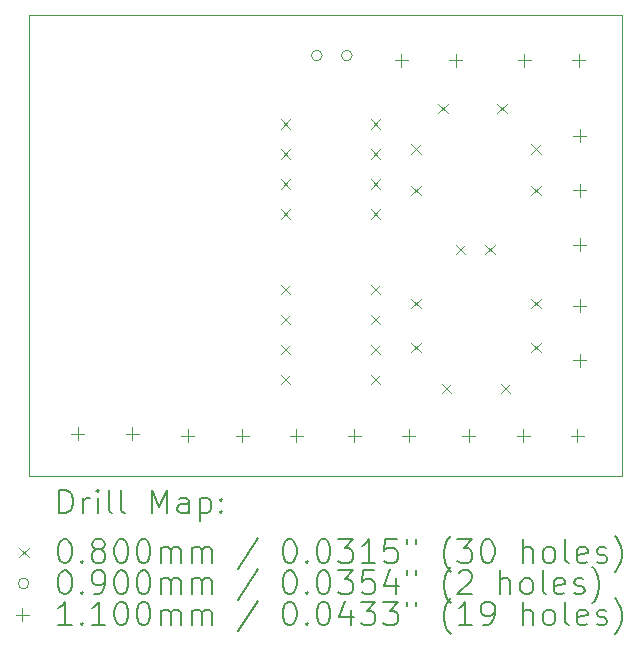
<source format=gbr>
%FSLAX45Y45*%
G04 Gerber Fmt 4.5, Leading zero omitted, Abs format (unit mm)*
G04 Created by KiCad (PCBNEW (6.0.2-0)) date 2024-09-29 09:11:38*
%MOMM*%
%LPD*%
G01*
G04 APERTURE LIST*
%TA.AperFunction,Profile*%
%ADD10C,0.100000*%
%TD*%
%ADD11C,0.200000*%
%ADD12C,0.080000*%
%ADD13C,0.090000*%
%ADD14C,0.110000*%
G04 APERTURE END LIST*
D10*
X11500000Y-5000000D02*
X16520000Y-5000000D01*
X16520000Y-5000000D02*
X16520000Y-8900000D01*
X16520000Y-8900000D02*
X11500000Y-8900000D01*
X11500000Y-8900000D02*
X11500000Y-5000000D01*
D11*
D12*
X13630000Y-5880000D02*
X13710000Y-5960000D01*
X13710000Y-5880000D02*
X13630000Y-5960000D01*
X13630000Y-6134000D02*
X13710000Y-6214000D01*
X13710000Y-6134000D02*
X13630000Y-6214000D01*
X13630000Y-6388000D02*
X13710000Y-6468000D01*
X13710000Y-6388000D02*
X13630000Y-6468000D01*
X13630000Y-6642000D02*
X13710000Y-6722000D01*
X13710000Y-6642000D02*
X13630000Y-6722000D01*
X13630000Y-7280000D02*
X13710000Y-7360000D01*
X13710000Y-7280000D02*
X13630000Y-7360000D01*
X13630000Y-7534000D02*
X13710000Y-7614000D01*
X13710000Y-7534000D02*
X13630000Y-7614000D01*
X13630000Y-7788000D02*
X13710000Y-7868000D01*
X13710000Y-7788000D02*
X13630000Y-7868000D01*
X13630000Y-8042000D02*
X13710000Y-8122000D01*
X13710000Y-8042000D02*
X13630000Y-8122000D01*
X14392000Y-5880000D02*
X14472000Y-5960000D01*
X14472000Y-5880000D02*
X14392000Y-5960000D01*
X14392000Y-6134000D02*
X14472000Y-6214000D01*
X14472000Y-6134000D02*
X14392000Y-6214000D01*
X14392000Y-6388000D02*
X14472000Y-6468000D01*
X14472000Y-6388000D02*
X14392000Y-6468000D01*
X14392000Y-6642000D02*
X14472000Y-6722000D01*
X14472000Y-6642000D02*
X14392000Y-6722000D01*
X14392000Y-7280000D02*
X14472000Y-7360000D01*
X14472000Y-7280000D02*
X14392000Y-7360000D01*
X14392000Y-7534000D02*
X14472000Y-7614000D01*
X14472000Y-7534000D02*
X14392000Y-7614000D01*
X14392000Y-7788000D02*
X14472000Y-7868000D01*
X14472000Y-7788000D02*
X14392000Y-7868000D01*
X14392000Y-8042000D02*
X14472000Y-8122000D01*
X14472000Y-8042000D02*
X14392000Y-8122000D01*
X14732000Y-6090000D02*
X14812000Y-6170000D01*
X14812000Y-6090000D02*
X14732000Y-6170000D01*
X14732000Y-7400000D02*
X14812000Y-7480000D01*
X14812000Y-7400000D02*
X14732000Y-7480000D01*
X14732000Y-7770000D02*
X14812000Y-7850000D01*
X14812000Y-7770000D02*
X14732000Y-7850000D01*
X14734000Y-6440000D02*
X14814000Y-6520000D01*
X14814000Y-6440000D02*
X14734000Y-6520000D01*
X14960000Y-5750000D02*
X15040000Y-5830000D01*
X15040000Y-5750000D02*
X14960000Y-5830000D01*
X14990000Y-8120000D02*
X15070000Y-8200000D01*
X15070000Y-8120000D02*
X14990000Y-8200000D01*
X15109489Y-6940000D02*
X15189489Y-7020000D01*
X15189489Y-6940000D02*
X15109489Y-7020000D01*
X15359489Y-6940000D02*
X15439489Y-7020000D01*
X15439489Y-6940000D02*
X15359489Y-7020000D01*
X15460000Y-5750000D02*
X15540000Y-5830000D01*
X15540000Y-5750000D02*
X15460000Y-5830000D01*
X15490000Y-8120000D02*
X15570000Y-8200000D01*
X15570000Y-8120000D02*
X15490000Y-8200000D01*
X15748000Y-6090000D02*
X15828000Y-6170000D01*
X15828000Y-6090000D02*
X15748000Y-6170000D01*
X15748000Y-7400000D02*
X15828000Y-7480000D01*
X15828000Y-7400000D02*
X15748000Y-7480000D01*
X15748000Y-7770000D02*
X15828000Y-7850000D01*
X15828000Y-7770000D02*
X15748000Y-7850000D01*
X15750000Y-6440000D02*
X15830000Y-6520000D01*
X15830000Y-6440000D02*
X15750000Y-6520000D01*
D13*
X13977500Y-5340000D02*
G75*
G03*
X13977500Y-5340000I-45000J0D01*
G01*
X14231500Y-5340000D02*
G75*
G03*
X14231500Y-5340000I-45000J0D01*
G01*
D14*
X11910000Y-8485000D02*
X11910000Y-8595000D01*
X11855000Y-8540000D02*
X11965000Y-8540000D01*
X12370000Y-8485000D02*
X12370000Y-8595000D01*
X12315000Y-8540000D02*
X12425000Y-8540000D01*
X12840000Y-8505000D02*
X12840000Y-8615000D01*
X12785000Y-8560000D02*
X12895000Y-8560000D01*
X13300000Y-8505000D02*
X13300000Y-8615000D01*
X13245000Y-8560000D02*
X13355000Y-8560000D01*
X13760000Y-8505000D02*
X13760000Y-8615000D01*
X13705000Y-8560000D02*
X13815000Y-8560000D01*
X14250000Y-8505000D02*
X14250000Y-8615000D01*
X14195000Y-8560000D02*
X14305000Y-8560000D01*
X14650000Y-5325000D02*
X14650000Y-5435000D01*
X14595000Y-5380000D02*
X14705000Y-5380000D01*
X14710000Y-8505000D02*
X14710000Y-8615000D01*
X14655000Y-8560000D02*
X14765000Y-8560000D01*
X15110000Y-5325000D02*
X15110000Y-5435000D01*
X15055000Y-5380000D02*
X15165000Y-5380000D01*
X15220000Y-8505000D02*
X15220000Y-8615000D01*
X15165000Y-8560000D02*
X15275000Y-8560000D01*
X15680000Y-8505000D02*
X15680000Y-8615000D01*
X15625000Y-8560000D02*
X15735000Y-8560000D01*
X15690000Y-5325000D02*
X15690000Y-5435000D01*
X15635000Y-5380000D02*
X15745000Y-5380000D01*
X16140000Y-8505000D02*
X16140000Y-8615000D01*
X16085000Y-8560000D02*
X16195000Y-8560000D01*
X16150000Y-5325000D02*
X16150000Y-5435000D01*
X16095000Y-5380000D02*
X16205000Y-5380000D01*
X16160000Y-5965000D02*
X16160000Y-6075000D01*
X16105000Y-6020000D02*
X16215000Y-6020000D01*
X16160000Y-6425000D02*
X16160000Y-6535000D01*
X16105000Y-6480000D02*
X16215000Y-6480000D01*
X16160000Y-6885000D02*
X16160000Y-6995000D01*
X16105000Y-6940000D02*
X16215000Y-6940000D01*
X16160000Y-7405000D02*
X16160000Y-7515000D01*
X16105000Y-7460000D02*
X16215000Y-7460000D01*
X16160000Y-7865000D02*
X16160000Y-7975000D01*
X16105000Y-7920000D02*
X16215000Y-7920000D01*
D11*
X11752619Y-9215476D02*
X11752619Y-9015476D01*
X11800238Y-9015476D01*
X11828809Y-9025000D01*
X11847857Y-9044048D01*
X11857381Y-9063095D01*
X11866905Y-9101190D01*
X11866905Y-9129762D01*
X11857381Y-9167857D01*
X11847857Y-9186905D01*
X11828809Y-9205952D01*
X11800238Y-9215476D01*
X11752619Y-9215476D01*
X11952619Y-9215476D02*
X11952619Y-9082143D01*
X11952619Y-9120238D02*
X11962143Y-9101190D01*
X11971667Y-9091667D01*
X11990714Y-9082143D01*
X12009762Y-9082143D01*
X12076428Y-9215476D02*
X12076428Y-9082143D01*
X12076428Y-9015476D02*
X12066905Y-9025000D01*
X12076428Y-9034524D01*
X12085952Y-9025000D01*
X12076428Y-9015476D01*
X12076428Y-9034524D01*
X12200238Y-9215476D02*
X12181190Y-9205952D01*
X12171667Y-9186905D01*
X12171667Y-9015476D01*
X12305000Y-9215476D02*
X12285952Y-9205952D01*
X12276428Y-9186905D01*
X12276428Y-9015476D01*
X12533571Y-9215476D02*
X12533571Y-9015476D01*
X12600238Y-9158333D01*
X12666905Y-9015476D01*
X12666905Y-9215476D01*
X12847857Y-9215476D02*
X12847857Y-9110714D01*
X12838333Y-9091667D01*
X12819286Y-9082143D01*
X12781190Y-9082143D01*
X12762143Y-9091667D01*
X12847857Y-9205952D02*
X12828809Y-9215476D01*
X12781190Y-9215476D01*
X12762143Y-9205952D01*
X12752619Y-9186905D01*
X12752619Y-9167857D01*
X12762143Y-9148810D01*
X12781190Y-9139286D01*
X12828809Y-9139286D01*
X12847857Y-9129762D01*
X12943095Y-9082143D02*
X12943095Y-9282143D01*
X12943095Y-9091667D02*
X12962143Y-9082143D01*
X13000238Y-9082143D01*
X13019286Y-9091667D01*
X13028809Y-9101190D01*
X13038333Y-9120238D01*
X13038333Y-9177381D01*
X13028809Y-9196429D01*
X13019286Y-9205952D01*
X13000238Y-9215476D01*
X12962143Y-9215476D01*
X12943095Y-9205952D01*
X13124048Y-9196429D02*
X13133571Y-9205952D01*
X13124048Y-9215476D01*
X13114524Y-9205952D01*
X13124048Y-9196429D01*
X13124048Y-9215476D01*
X13124048Y-9091667D02*
X13133571Y-9101190D01*
X13124048Y-9110714D01*
X13114524Y-9101190D01*
X13124048Y-9091667D01*
X13124048Y-9110714D01*
D12*
X11415000Y-9505000D02*
X11495000Y-9585000D01*
X11495000Y-9505000D02*
X11415000Y-9585000D01*
D11*
X11790714Y-9435476D02*
X11809762Y-9435476D01*
X11828809Y-9445000D01*
X11838333Y-9454524D01*
X11847857Y-9473571D01*
X11857381Y-9511667D01*
X11857381Y-9559286D01*
X11847857Y-9597381D01*
X11838333Y-9616429D01*
X11828809Y-9625952D01*
X11809762Y-9635476D01*
X11790714Y-9635476D01*
X11771667Y-9625952D01*
X11762143Y-9616429D01*
X11752619Y-9597381D01*
X11743095Y-9559286D01*
X11743095Y-9511667D01*
X11752619Y-9473571D01*
X11762143Y-9454524D01*
X11771667Y-9445000D01*
X11790714Y-9435476D01*
X11943095Y-9616429D02*
X11952619Y-9625952D01*
X11943095Y-9635476D01*
X11933571Y-9625952D01*
X11943095Y-9616429D01*
X11943095Y-9635476D01*
X12066905Y-9521190D02*
X12047857Y-9511667D01*
X12038333Y-9502143D01*
X12028809Y-9483095D01*
X12028809Y-9473571D01*
X12038333Y-9454524D01*
X12047857Y-9445000D01*
X12066905Y-9435476D01*
X12105000Y-9435476D01*
X12124048Y-9445000D01*
X12133571Y-9454524D01*
X12143095Y-9473571D01*
X12143095Y-9483095D01*
X12133571Y-9502143D01*
X12124048Y-9511667D01*
X12105000Y-9521190D01*
X12066905Y-9521190D01*
X12047857Y-9530714D01*
X12038333Y-9540238D01*
X12028809Y-9559286D01*
X12028809Y-9597381D01*
X12038333Y-9616429D01*
X12047857Y-9625952D01*
X12066905Y-9635476D01*
X12105000Y-9635476D01*
X12124048Y-9625952D01*
X12133571Y-9616429D01*
X12143095Y-9597381D01*
X12143095Y-9559286D01*
X12133571Y-9540238D01*
X12124048Y-9530714D01*
X12105000Y-9521190D01*
X12266905Y-9435476D02*
X12285952Y-9435476D01*
X12305000Y-9445000D01*
X12314524Y-9454524D01*
X12324048Y-9473571D01*
X12333571Y-9511667D01*
X12333571Y-9559286D01*
X12324048Y-9597381D01*
X12314524Y-9616429D01*
X12305000Y-9625952D01*
X12285952Y-9635476D01*
X12266905Y-9635476D01*
X12247857Y-9625952D01*
X12238333Y-9616429D01*
X12228809Y-9597381D01*
X12219286Y-9559286D01*
X12219286Y-9511667D01*
X12228809Y-9473571D01*
X12238333Y-9454524D01*
X12247857Y-9445000D01*
X12266905Y-9435476D01*
X12457381Y-9435476D02*
X12476428Y-9435476D01*
X12495476Y-9445000D01*
X12505000Y-9454524D01*
X12514524Y-9473571D01*
X12524048Y-9511667D01*
X12524048Y-9559286D01*
X12514524Y-9597381D01*
X12505000Y-9616429D01*
X12495476Y-9625952D01*
X12476428Y-9635476D01*
X12457381Y-9635476D01*
X12438333Y-9625952D01*
X12428809Y-9616429D01*
X12419286Y-9597381D01*
X12409762Y-9559286D01*
X12409762Y-9511667D01*
X12419286Y-9473571D01*
X12428809Y-9454524D01*
X12438333Y-9445000D01*
X12457381Y-9435476D01*
X12609762Y-9635476D02*
X12609762Y-9502143D01*
X12609762Y-9521190D02*
X12619286Y-9511667D01*
X12638333Y-9502143D01*
X12666905Y-9502143D01*
X12685952Y-9511667D01*
X12695476Y-9530714D01*
X12695476Y-9635476D01*
X12695476Y-9530714D02*
X12705000Y-9511667D01*
X12724048Y-9502143D01*
X12752619Y-9502143D01*
X12771667Y-9511667D01*
X12781190Y-9530714D01*
X12781190Y-9635476D01*
X12876428Y-9635476D02*
X12876428Y-9502143D01*
X12876428Y-9521190D02*
X12885952Y-9511667D01*
X12905000Y-9502143D01*
X12933571Y-9502143D01*
X12952619Y-9511667D01*
X12962143Y-9530714D01*
X12962143Y-9635476D01*
X12962143Y-9530714D02*
X12971667Y-9511667D01*
X12990714Y-9502143D01*
X13019286Y-9502143D01*
X13038333Y-9511667D01*
X13047857Y-9530714D01*
X13047857Y-9635476D01*
X13438333Y-9425952D02*
X13266905Y-9683095D01*
X13695476Y-9435476D02*
X13714524Y-9435476D01*
X13733571Y-9445000D01*
X13743095Y-9454524D01*
X13752619Y-9473571D01*
X13762143Y-9511667D01*
X13762143Y-9559286D01*
X13752619Y-9597381D01*
X13743095Y-9616429D01*
X13733571Y-9625952D01*
X13714524Y-9635476D01*
X13695476Y-9635476D01*
X13676428Y-9625952D01*
X13666905Y-9616429D01*
X13657381Y-9597381D01*
X13647857Y-9559286D01*
X13647857Y-9511667D01*
X13657381Y-9473571D01*
X13666905Y-9454524D01*
X13676428Y-9445000D01*
X13695476Y-9435476D01*
X13847857Y-9616429D02*
X13857381Y-9625952D01*
X13847857Y-9635476D01*
X13838333Y-9625952D01*
X13847857Y-9616429D01*
X13847857Y-9635476D01*
X13981190Y-9435476D02*
X14000238Y-9435476D01*
X14019286Y-9445000D01*
X14028809Y-9454524D01*
X14038333Y-9473571D01*
X14047857Y-9511667D01*
X14047857Y-9559286D01*
X14038333Y-9597381D01*
X14028809Y-9616429D01*
X14019286Y-9625952D01*
X14000238Y-9635476D01*
X13981190Y-9635476D01*
X13962143Y-9625952D01*
X13952619Y-9616429D01*
X13943095Y-9597381D01*
X13933571Y-9559286D01*
X13933571Y-9511667D01*
X13943095Y-9473571D01*
X13952619Y-9454524D01*
X13962143Y-9445000D01*
X13981190Y-9435476D01*
X14114524Y-9435476D02*
X14238333Y-9435476D01*
X14171667Y-9511667D01*
X14200238Y-9511667D01*
X14219286Y-9521190D01*
X14228809Y-9530714D01*
X14238333Y-9549762D01*
X14238333Y-9597381D01*
X14228809Y-9616429D01*
X14219286Y-9625952D01*
X14200238Y-9635476D01*
X14143095Y-9635476D01*
X14124048Y-9625952D01*
X14114524Y-9616429D01*
X14428809Y-9635476D02*
X14314524Y-9635476D01*
X14371667Y-9635476D02*
X14371667Y-9435476D01*
X14352619Y-9464048D01*
X14333571Y-9483095D01*
X14314524Y-9492619D01*
X14609762Y-9435476D02*
X14514524Y-9435476D01*
X14505000Y-9530714D01*
X14514524Y-9521190D01*
X14533571Y-9511667D01*
X14581190Y-9511667D01*
X14600238Y-9521190D01*
X14609762Y-9530714D01*
X14619286Y-9549762D01*
X14619286Y-9597381D01*
X14609762Y-9616429D01*
X14600238Y-9625952D01*
X14581190Y-9635476D01*
X14533571Y-9635476D01*
X14514524Y-9625952D01*
X14505000Y-9616429D01*
X14695476Y-9435476D02*
X14695476Y-9473571D01*
X14771667Y-9435476D02*
X14771667Y-9473571D01*
X15066905Y-9711667D02*
X15057381Y-9702143D01*
X15038333Y-9673571D01*
X15028809Y-9654524D01*
X15019286Y-9625952D01*
X15009762Y-9578333D01*
X15009762Y-9540238D01*
X15019286Y-9492619D01*
X15028809Y-9464048D01*
X15038333Y-9445000D01*
X15057381Y-9416429D01*
X15066905Y-9406905D01*
X15124048Y-9435476D02*
X15247857Y-9435476D01*
X15181190Y-9511667D01*
X15209762Y-9511667D01*
X15228809Y-9521190D01*
X15238333Y-9530714D01*
X15247857Y-9549762D01*
X15247857Y-9597381D01*
X15238333Y-9616429D01*
X15228809Y-9625952D01*
X15209762Y-9635476D01*
X15152619Y-9635476D01*
X15133571Y-9625952D01*
X15124048Y-9616429D01*
X15371667Y-9435476D02*
X15390714Y-9435476D01*
X15409762Y-9445000D01*
X15419286Y-9454524D01*
X15428809Y-9473571D01*
X15438333Y-9511667D01*
X15438333Y-9559286D01*
X15428809Y-9597381D01*
X15419286Y-9616429D01*
X15409762Y-9625952D01*
X15390714Y-9635476D01*
X15371667Y-9635476D01*
X15352619Y-9625952D01*
X15343095Y-9616429D01*
X15333571Y-9597381D01*
X15324048Y-9559286D01*
X15324048Y-9511667D01*
X15333571Y-9473571D01*
X15343095Y-9454524D01*
X15352619Y-9445000D01*
X15371667Y-9435476D01*
X15676428Y-9635476D02*
X15676428Y-9435476D01*
X15762143Y-9635476D02*
X15762143Y-9530714D01*
X15752619Y-9511667D01*
X15733571Y-9502143D01*
X15705000Y-9502143D01*
X15685952Y-9511667D01*
X15676428Y-9521190D01*
X15885952Y-9635476D02*
X15866905Y-9625952D01*
X15857381Y-9616429D01*
X15847857Y-9597381D01*
X15847857Y-9540238D01*
X15857381Y-9521190D01*
X15866905Y-9511667D01*
X15885952Y-9502143D01*
X15914524Y-9502143D01*
X15933571Y-9511667D01*
X15943095Y-9521190D01*
X15952619Y-9540238D01*
X15952619Y-9597381D01*
X15943095Y-9616429D01*
X15933571Y-9625952D01*
X15914524Y-9635476D01*
X15885952Y-9635476D01*
X16066905Y-9635476D02*
X16047857Y-9625952D01*
X16038333Y-9606905D01*
X16038333Y-9435476D01*
X16219286Y-9625952D02*
X16200238Y-9635476D01*
X16162143Y-9635476D01*
X16143095Y-9625952D01*
X16133571Y-9606905D01*
X16133571Y-9530714D01*
X16143095Y-9511667D01*
X16162143Y-9502143D01*
X16200238Y-9502143D01*
X16219286Y-9511667D01*
X16228809Y-9530714D01*
X16228809Y-9549762D01*
X16133571Y-9568810D01*
X16305000Y-9625952D02*
X16324048Y-9635476D01*
X16362143Y-9635476D01*
X16381190Y-9625952D01*
X16390714Y-9606905D01*
X16390714Y-9597381D01*
X16381190Y-9578333D01*
X16362143Y-9568810D01*
X16333571Y-9568810D01*
X16314524Y-9559286D01*
X16305000Y-9540238D01*
X16305000Y-9530714D01*
X16314524Y-9511667D01*
X16333571Y-9502143D01*
X16362143Y-9502143D01*
X16381190Y-9511667D01*
X16457381Y-9711667D02*
X16466905Y-9702143D01*
X16485952Y-9673571D01*
X16495476Y-9654524D01*
X16505000Y-9625952D01*
X16514524Y-9578333D01*
X16514524Y-9540238D01*
X16505000Y-9492619D01*
X16495476Y-9464048D01*
X16485952Y-9445000D01*
X16466905Y-9416429D01*
X16457381Y-9406905D01*
D13*
X11495000Y-9809000D02*
G75*
G03*
X11495000Y-9809000I-45000J0D01*
G01*
D11*
X11790714Y-9699476D02*
X11809762Y-9699476D01*
X11828809Y-9709000D01*
X11838333Y-9718524D01*
X11847857Y-9737571D01*
X11857381Y-9775667D01*
X11857381Y-9823286D01*
X11847857Y-9861381D01*
X11838333Y-9880429D01*
X11828809Y-9889952D01*
X11809762Y-9899476D01*
X11790714Y-9899476D01*
X11771667Y-9889952D01*
X11762143Y-9880429D01*
X11752619Y-9861381D01*
X11743095Y-9823286D01*
X11743095Y-9775667D01*
X11752619Y-9737571D01*
X11762143Y-9718524D01*
X11771667Y-9709000D01*
X11790714Y-9699476D01*
X11943095Y-9880429D02*
X11952619Y-9889952D01*
X11943095Y-9899476D01*
X11933571Y-9889952D01*
X11943095Y-9880429D01*
X11943095Y-9899476D01*
X12047857Y-9899476D02*
X12085952Y-9899476D01*
X12105000Y-9889952D01*
X12114524Y-9880429D01*
X12133571Y-9851857D01*
X12143095Y-9813762D01*
X12143095Y-9737571D01*
X12133571Y-9718524D01*
X12124048Y-9709000D01*
X12105000Y-9699476D01*
X12066905Y-9699476D01*
X12047857Y-9709000D01*
X12038333Y-9718524D01*
X12028809Y-9737571D01*
X12028809Y-9785190D01*
X12038333Y-9804238D01*
X12047857Y-9813762D01*
X12066905Y-9823286D01*
X12105000Y-9823286D01*
X12124048Y-9813762D01*
X12133571Y-9804238D01*
X12143095Y-9785190D01*
X12266905Y-9699476D02*
X12285952Y-9699476D01*
X12305000Y-9709000D01*
X12314524Y-9718524D01*
X12324048Y-9737571D01*
X12333571Y-9775667D01*
X12333571Y-9823286D01*
X12324048Y-9861381D01*
X12314524Y-9880429D01*
X12305000Y-9889952D01*
X12285952Y-9899476D01*
X12266905Y-9899476D01*
X12247857Y-9889952D01*
X12238333Y-9880429D01*
X12228809Y-9861381D01*
X12219286Y-9823286D01*
X12219286Y-9775667D01*
X12228809Y-9737571D01*
X12238333Y-9718524D01*
X12247857Y-9709000D01*
X12266905Y-9699476D01*
X12457381Y-9699476D02*
X12476428Y-9699476D01*
X12495476Y-9709000D01*
X12505000Y-9718524D01*
X12514524Y-9737571D01*
X12524048Y-9775667D01*
X12524048Y-9823286D01*
X12514524Y-9861381D01*
X12505000Y-9880429D01*
X12495476Y-9889952D01*
X12476428Y-9899476D01*
X12457381Y-9899476D01*
X12438333Y-9889952D01*
X12428809Y-9880429D01*
X12419286Y-9861381D01*
X12409762Y-9823286D01*
X12409762Y-9775667D01*
X12419286Y-9737571D01*
X12428809Y-9718524D01*
X12438333Y-9709000D01*
X12457381Y-9699476D01*
X12609762Y-9899476D02*
X12609762Y-9766143D01*
X12609762Y-9785190D02*
X12619286Y-9775667D01*
X12638333Y-9766143D01*
X12666905Y-9766143D01*
X12685952Y-9775667D01*
X12695476Y-9794714D01*
X12695476Y-9899476D01*
X12695476Y-9794714D02*
X12705000Y-9775667D01*
X12724048Y-9766143D01*
X12752619Y-9766143D01*
X12771667Y-9775667D01*
X12781190Y-9794714D01*
X12781190Y-9899476D01*
X12876428Y-9899476D02*
X12876428Y-9766143D01*
X12876428Y-9785190D02*
X12885952Y-9775667D01*
X12905000Y-9766143D01*
X12933571Y-9766143D01*
X12952619Y-9775667D01*
X12962143Y-9794714D01*
X12962143Y-9899476D01*
X12962143Y-9794714D02*
X12971667Y-9775667D01*
X12990714Y-9766143D01*
X13019286Y-9766143D01*
X13038333Y-9775667D01*
X13047857Y-9794714D01*
X13047857Y-9899476D01*
X13438333Y-9689952D02*
X13266905Y-9947095D01*
X13695476Y-9699476D02*
X13714524Y-9699476D01*
X13733571Y-9709000D01*
X13743095Y-9718524D01*
X13752619Y-9737571D01*
X13762143Y-9775667D01*
X13762143Y-9823286D01*
X13752619Y-9861381D01*
X13743095Y-9880429D01*
X13733571Y-9889952D01*
X13714524Y-9899476D01*
X13695476Y-9899476D01*
X13676428Y-9889952D01*
X13666905Y-9880429D01*
X13657381Y-9861381D01*
X13647857Y-9823286D01*
X13647857Y-9775667D01*
X13657381Y-9737571D01*
X13666905Y-9718524D01*
X13676428Y-9709000D01*
X13695476Y-9699476D01*
X13847857Y-9880429D02*
X13857381Y-9889952D01*
X13847857Y-9899476D01*
X13838333Y-9889952D01*
X13847857Y-9880429D01*
X13847857Y-9899476D01*
X13981190Y-9699476D02*
X14000238Y-9699476D01*
X14019286Y-9709000D01*
X14028809Y-9718524D01*
X14038333Y-9737571D01*
X14047857Y-9775667D01*
X14047857Y-9823286D01*
X14038333Y-9861381D01*
X14028809Y-9880429D01*
X14019286Y-9889952D01*
X14000238Y-9899476D01*
X13981190Y-9899476D01*
X13962143Y-9889952D01*
X13952619Y-9880429D01*
X13943095Y-9861381D01*
X13933571Y-9823286D01*
X13933571Y-9775667D01*
X13943095Y-9737571D01*
X13952619Y-9718524D01*
X13962143Y-9709000D01*
X13981190Y-9699476D01*
X14114524Y-9699476D02*
X14238333Y-9699476D01*
X14171667Y-9775667D01*
X14200238Y-9775667D01*
X14219286Y-9785190D01*
X14228809Y-9794714D01*
X14238333Y-9813762D01*
X14238333Y-9861381D01*
X14228809Y-9880429D01*
X14219286Y-9889952D01*
X14200238Y-9899476D01*
X14143095Y-9899476D01*
X14124048Y-9889952D01*
X14114524Y-9880429D01*
X14419286Y-9699476D02*
X14324048Y-9699476D01*
X14314524Y-9794714D01*
X14324048Y-9785190D01*
X14343095Y-9775667D01*
X14390714Y-9775667D01*
X14409762Y-9785190D01*
X14419286Y-9794714D01*
X14428809Y-9813762D01*
X14428809Y-9861381D01*
X14419286Y-9880429D01*
X14409762Y-9889952D01*
X14390714Y-9899476D01*
X14343095Y-9899476D01*
X14324048Y-9889952D01*
X14314524Y-9880429D01*
X14600238Y-9766143D02*
X14600238Y-9899476D01*
X14552619Y-9689952D02*
X14505000Y-9832810D01*
X14628809Y-9832810D01*
X14695476Y-9699476D02*
X14695476Y-9737571D01*
X14771667Y-9699476D02*
X14771667Y-9737571D01*
X15066905Y-9975667D02*
X15057381Y-9966143D01*
X15038333Y-9937571D01*
X15028809Y-9918524D01*
X15019286Y-9889952D01*
X15009762Y-9842333D01*
X15009762Y-9804238D01*
X15019286Y-9756619D01*
X15028809Y-9728048D01*
X15038333Y-9709000D01*
X15057381Y-9680429D01*
X15066905Y-9670905D01*
X15133571Y-9718524D02*
X15143095Y-9709000D01*
X15162143Y-9699476D01*
X15209762Y-9699476D01*
X15228809Y-9709000D01*
X15238333Y-9718524D01*
X15247857Y-9737571D01*
X15247857Y-9756619D01*
X15238333Y-9785190D01*
X15124048Y-9899476D01*
X15247857Y-9899476D01*
X15485952Y-9899476D02*
X15485952Y-9699476D01*
X15571667Y-9899476D02*
X15571667Y-9794714D01*
X15562143Y-9775667D01*
X15543095Y-9766143D01*
X15514524Y-9766143D01*
X15495476Y-9775667D01*
X15485952Y-9785190D01*
X15695476Y-9899476D02*
X15676428Y-9889952D01*
X15666905Y-9880429D01*
X15657381Y-9861381D01*
X15657381Y-9804238D01*
X15666905Y-9785190D01*
X15676428Y-9775667D01*
X15695476Y-9766143D01*
X15724048Y-9766143D01*
X15743095Y-9775667D01*
X15752619Y-9785190D01*
X15762143Y-9804238D01*
X15762143Y-9861381D01*
X15752619Y-9880429D01*
X15743095Y-9889952D01*
X15724048Y-9899476D01*
X15695476Y-9899476D01*
X15876428Y-9899476D02*
X15857381Y-9889952D01*
X15847857Y-9870905D01*
X15847857Y-9699476D01*
X16028809Y-9889952D02*
X16009762Y-9899476D01*
X15971667Y-9899476D01*
X15952619Y-9889952D01*
X15943095Y-9870905D01*
X15943095Y-9794714D01*
X15952619Y-9775667D01*
X15971667Y-9766143D01*
X16009762Y-9766143D01*
X16028809Y-9775667D01*
X16038333Y-9794714D01*
X16038333Y-9813762D01*
X15943095Y-9832810D01*
X16114524Y-9889952D02*
X16133571Y-9899476D01*
X16171667Y-9899476D01*
X16190714Y-9889952D01*
X16200238Y-9870905D01*
X16200238Y-9861381D01*
X16190714Y-9842333D01*
X16171667Y-9832810D01*
X16143095Y-9832810D01*
X16124048Y-9823286D01*
X16114524Y-9804238D01*
X16114524Y-9794714D01*
X16124048Y-9775667D01*
X16143095Y-9766143D01*
X16171667Y-9766143D01*
X16190714Y-9775667D01*
X16266905Y-9975667D02*
X16276428Y-9966143D01*
X16295476Y-9937571D01*
X16305000Y-9918524D01*
X16314524Y-9889952D01*
X16324048Y-9842333D01*
X16324048Y-9804238D01*
X16314524Y-9756619D01*
X16305000Y-9728048D01*
X16295476Y-9709000D01*
X16276428Y-9680429D01*
X16266905Y-9670905D01*
D14*
X11440000Y-10018000D02*
X11440000Y-10128000D01*
X11385000Y-10073000D02*
X11495000Y-10073000D01*
D11*
X11857381Y-10163476D02*
X11743095Y-10163476D01*
X11800238Y-10163476D02*
X11800238Y-9963476D01*
X11781190Y-9992048D01*
X11762143Y-10011095D01*
X11743095Y-10020619D01*
X11943095Y-10144429D02*
X11952619Y-10153952D01*
X11943095Y-10163476D01*
X11933571Y-10153952D01*
X11943095Y-10144429D01*
X11943095Y-10163476D01*
X12143095Y-10163476D02*
X12028809Y-10163476D01*
X12085952Y-10163476D02*
X12085952Y-9963476D01*
X12066905Y-9992048D01*
X12047857Y-10011095D01*
X12028809Y-10020619D01*
X12266905Y-9963476D02*
X12285952Y-9963476D01*
X12305000Y-9973000D01*
X12314524Y-9982524D01*
X12324048Y-10001571D01*
X12333571Y-10039667D01*
X12333571Y-10087286D01*
X12324048Y-10125381D01*
X12314524Y-10144429D01*
X12305000Y-10153952D01*
X12285952Y-10163476D01*
X12266905Y-10163476D01*
X12247857Y-10153952D01*
X12238333Y-10144429D01*
X12228809Y-10125381D01*
X12219286Y-10087286D01*
X12219286Y-10039667D01*
X12228809Y-10001571D01*
X12238333Y-9982524D01*
X12247857Y-9973000D01*
X12266905Y-9963476D01*
X12457381Y-9963476D02*
X12476428Y-9963476D01*
X12495476Y-9973000D01*
X12505000Y-9982524D01*
X12514524Y-10001571D01*
X12524048Y-10039667D01*
X12524048Y-10087286D01*
X12514524Y-10125381D01*
X12505000Y-10144429D01*
X12495476Y-10153952D01*
X12476428Y-10163476D01*
X12457381Y-10163476D01*
X12438333Y-10153952D01*
X12428809Y-10144429D01*
X12419286Y-10125381D01*
X12409762Y-10087286D01*
X12409762Y-10039667D01*
X12419286Y-10001571D01*
X12428809Y-9982524D01*
X12438333Y-9973000D01*
X12457381Y-9963476D01*
X12609762Y-10163476D02*
X12609762Y-10030143D01*
X12609762Y-10049190D02*
X12619286Y-10039667D01*
X12638333Y-10030143D01*
X12666905Y-10030143D01*
X12685952Y-10039667D01*
X12695476Y-10058714D01*
X12695476Y-10163476D01*
X12695476Y-10058714D02*
X12705000Y-10039667D01*
X12724048Y-10030143D01*
X12752619Y-10030143D01*
X12771667Y-10039667D01*
X12781190Y-10058714D01*
X12781190Y-10163476D01*
X12876428Y-10163476D02*
X12876428Y-10030143D01*
X12876428Y-10049190D02*
X12885952Y-10039667D01*
X12905000Y-10030143D01*
X12933571Y-10030143D01*
X12952619Y-10039667D01*
X12962143Y-10058714D01*
X12962143Y-10163476D01*
X12962143Y-10058714D02*
X12971667Y-10039667D01*
X12990714Y-10030143D01*
X13019286Y-10030143D01*
X13038333Y-10039667D01*
X13047857Y-10058714D01*
X13047857Y-10163476D01*
X13438333Y-9953952D02*
X13266905Y-10211095D01*
X13695476Y-9963476D02*
X13714524Y-9963476D01*
X13733571Y-9973000D01*
X13743095Y-9982524D01*
X13752619Y-10001571D01*
X13762143Y-10039667D01*
X13762143Y-10087286D01*
X13752619Y-10125381D01*
X13743095Y-10144429D01*
X13733571Y-10153952D01*
X13714524Y-10163476D01*
X13695476Y-10163476D01*
X13676428Y-10153952D01*
X13666905Y-10144429D01*
X13657381Y-10125381D01*
X13647857Y-10087286D01*
X13647857Y-10039667D01*
X13657381Y-10001571D01*
X13666905Y-9982524D01*
X13676428Y-9973000D01*
X13695476Y-9963476D01*
X13847857Y-10144429D02*
X13857381Y-10153952D01*
X13847857Y-10163476D01*
X13838333Y-10153952D01*
X13847857Y-10144429D01*
X13847857Y-10163476D01*
X13981190Y-9963476D02*
X14000238Y-9963476D01*
X14019286Y-9973000D01*
X14028809Y-9982524D01*
X14038333Y-10001571D01*
X14047857Y-10039667D01*
X14047857Y-10087286D01*
X14038333Y-10125381D01*
X14028809Y-10144429D01*
X14019286Y-10153952D01*
X14000238Y-10163476D01*
X13981190Y-10163476D01*
X13962143Y-10153952D01*
X13952619Y-10144429D01*
X13943095Y-10125381D01*
X13933571Y-10087286D01*
X13933571Y-10039667D01*
X13943095Y-10001571D01*
X13952619Y-9982524D01*
X13962143Y-9973000D01*
X13981190Y-9963476D01*
X14219286Y-10030143D02*
X14219286Y-10163476D01*
X14171667Y-9953952D02*
X14124048Y-10096810D01*
X14247857Y-10096810D01*
X14305000Y-9963476D02*
X14428809Y-9963476D01*
X14362143Y-10039667D01*
X14390714Y-10039667D01*
X14409762Y-10049190D01*
X14419286Y-10058714D01*
X14428809Y-10077762D01*
X14428809Y-10125381D01*
X14419286Y-10144429D01*
X14409762Y-10153952D01*
X14390714Y-10163476D01*
X14333571Y-10163476D01*
X14314524Y-10153952D01*
X14305000Y-10144429D01*
X14495476Y-9963476D02*
X14619286Y-9963476D01*
X14552619Y-10039667D01*
X14581190Y-10039667D01*
X14600238Y-10049190D01*
X14609762Y-10058714D01*
X14619286Y-10077762D01*
X14619286Y-10125381D01*
X14609762Y-10144429D01*
X14600238Y-10153952D01*
X14581190Y-10163476D01*
X14524048Y-10163476D01*
X14505000Y-10153952D01*
X14495476Y-10144429D01*
X14695476Y-9963476D02*
X14695476Y-10001571D01*
X14771667Y-9963476D02*
X14771667Y-10001571D01*
X15066905Y-10239667D02*
X15057381Y-10230143D01*
X15038333Y-10201571D01*
X15028809Y-10182524D01*
X15019286Y-10153952D01*
X15009762Y-10106333D01*
X15009762Y-10068238D01*
X15019286Y-10020619D01*
X15028809Y-9992048D01*
X15038333Y-9973000D01*
X15057381Y-9944429D01*
X15066905Y-9934905D01*
X15247857Y-10163476D02*
X15133571Y-10163476D01*
X15190714Y-10163476D02*
X15190714Y-9963476D01*
X15171667Y-9992048D01*
X15152619Y-10011095D01*
X15133571Y-10020619D01*
X15343095Y-10163476D02*
X15381190Y-10163476D01*
X15400238Y-10153952D01*
X15409762Y-10144429D01*
X15428809Y-10115857D01*
X15438333Y-10077762D01*
X15438333Y-10001571D01*
X15428809Y-9982524D01*
X15419286Y-9973000D01*
X15400238Y-9963476D01*
X15362143Y-9963476D01*
X15343095Y-9973000D01*
X15333571Y-9982524D01*
X15324048Y-10001571D01*
X15324048Y-10049190D01*
X15333571Y-10068238D01*
X15343095Y-10077762D01*
X15362143Y-10087286D01*
X15400238Y-10087286D01*
X15419286Y-10077762D01*
X15428809Y-10068238D01*
X15438333Y-10049190D01*
X15676428Y-10163476D02*
X15676428Y-9963476D01*
X15762143Y-10163476D02*
X15762143Y-10058714D01*
X15752619Y-10039667D01*
X15733571Y-10030143D01*
X15705000Y-10030143D01*
X15685952Y-10039667D01*
X15676428Y-10049190D01*
X15885952Y-10163476D02*
X15866905Y-10153952D01*
X15857381Y-10144429D01*
X15847857Y-10125381D01*
X15847857Y-10068238D01*
X15857381Y-10049190D01*
X15866905Y-10039667D01*
X15885952Y-10030143D01*
X15914524Y-10030143D01*
X15933571Y-10039667D01*
X15943095Y-10049190D01*
X15952619Y-10068238D01*
X15952619Y-10125381D01*
X15943095Y-10144429D01*
X15933571Y-10153952D01*
X15914524Y-10163476D01*
X15885952Y-10163476D01*
X16066905Y-10163476D02*
X16047857Y-10153952D01*
X16038333Y-10134905D01*
X16038333Y-9963476D01*
X16219286Y-10153952D02*
X16200238Y-10163476D01*
X16162143Y-10163476D01*
X16143095Y-10153952D01*
X16133571Y-10134905D01*
X16133571Y-10058714D01*
X16143095Y-10039667D01*
X16162143Y-10030143D01*
X16200238Y-10030143D01*
X16219286Y-10039667D01*
X16228809Y-10058714D01*
X16228809Y-10077762D01*
X16133571Y-10096810D01*
X16305000Y-10153952D02*
X16324048Y-10163476D01*
X16362143Y-10163476D01*
X16381190Y-10153952D01*
X16390714Y-10134905D01*
X16390714Y-10125381D01*
X16381190Y-10106333D01*
X16362143Y-10096810D01*
X16333571Y-10096810D01*
X16314524Y-10087286D01*
X16305000Y-10068238D01*
X16305000Y-10058714D01*
X16314524Y-10039667D01*
X16333571Y-10030143D01*
X16362143Y-10030143D01*
X16381190Y-10039667D01*
X16457381Y-10239667D02*
X16466905Y-10230143D01*
X16485952Y-10201571D01*
X16495476Y-10182524D01*
X16505000Y-10153952D01*
X16514524Y-10106333D01*
X16514524Y-10068238D01*
X16505000Y-10020619D01*
X16495476Y-9992048D01*
X16485952Y-9973000D01*
X16466905Y-9944429D01*
X16457381Y-9934905D01*
M02*

</source>
